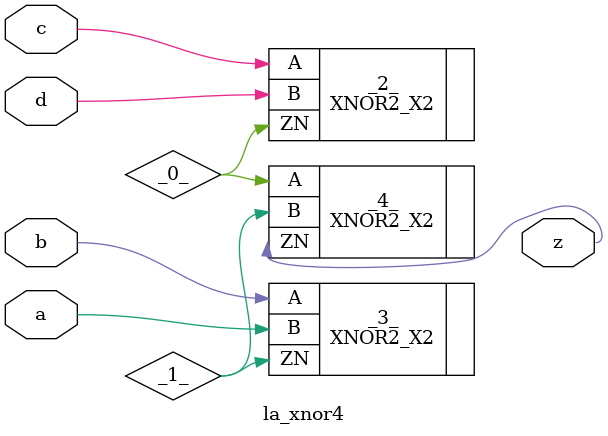
<source format=v>

/* Generated by Yosys 0.44 (git sha1 80ba43d26, g++ 11.4.0-1ubuntu1~22.04 -fPIC -O3) */

(* top =  1  *)
(* src = "inputs/la_xnor4.v:10.1-22.10" *)
module la_xnor4 (
    a,
    b,
    c,
    d,
    z
);
  wire _0_;
  wire _1_;
  (* src = "inputs/la_xnor4.v:13.12-13.13" *)
  input a;
  wire a;
  (* src = "inputs/la_xnor4.v:14.12-14.13" *)
  input b;
  wire b;
  (* src = "inputs/la_xnor4.v:15.12-15.13" *)
  input c;
  wire c;
  (* src = "inputs/la_xnor4.v:16.12-16.13" *)
  input d;
  wire d;
  (* src = "inputs/la_xnor4.v:17.12-17.13" *)
  output z;
  wire z;
  XNOR2_X2 _2_ (
      .A (c),
      .B (d),
      .ZN(_0_)
  );
  XNOR2_X2 _3_ (
      .A (b),
      .B (a),
      .ZN(_1_)
  );
  XNOR2_X2 _4_ (
      .A (_0_),
      .B (_1_),
      .ZN(z)
  );
endmodule

</source>
